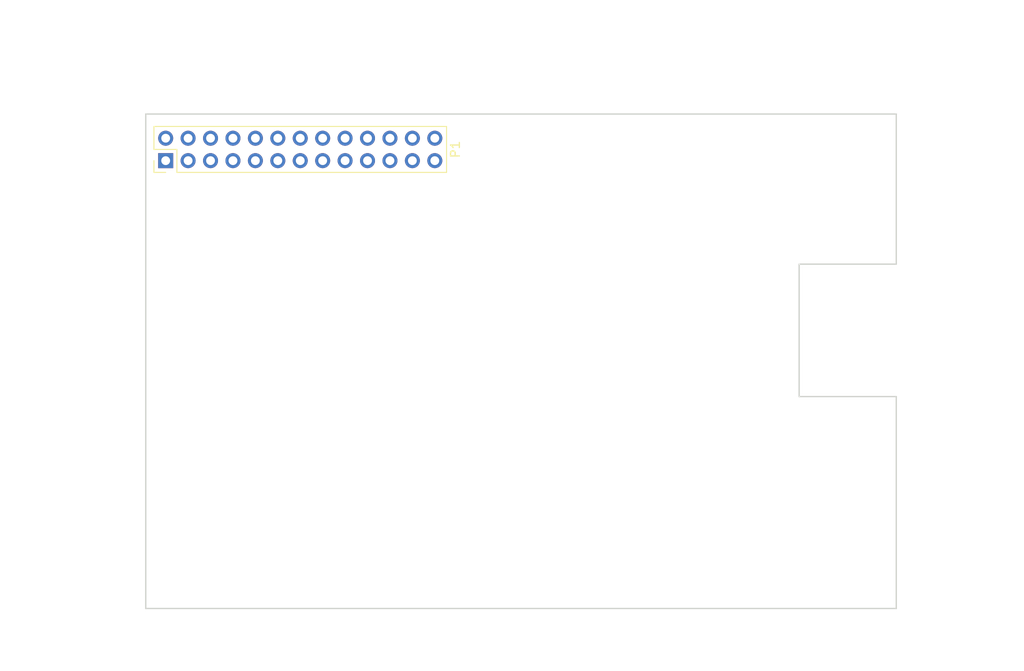
<source format=kicad_pcb>
(kicad_pcb (version 20210126) (generator pcbnew)
  (title_block (date "15 nov 2012"))
  (layers (0 "F.Cu" signal) (31 "B.Cu" signal) (34 "B.Paste" user) (35 "F.Paste" user) (36 "B.SilkS" user "B.Silkscreen") (37 "F.SilkS" user "F.Silkscreen") (38 "B.Mask" user) (39 "F.Mask" user) (44 "Edge.Cuts" user))
  (net 0 "")
  (net 1 "+5V")
  (net 2 "GND")
  (net 3 "+3V3")
  (net 4 "/GPIO0(SDA)")
  (net 5 "Net-(P1-Pad4)")
  (net 6 "/GPIO1(SCL)")
  (net 7 "/GPIO4")
  (net 8 "/TXD")
  (net 9 "Net-(P1-Pad9)")
  (net 10 "/RXD")
  (net 11 "/GPIO17")
  (net 12 "/GPIO18")
  (net 13 "/GPIO21")
  (net 14 "Net-(P1-Pad14)")
  (net 15 "/GPIO22")
  (net 16 "/GPIO23")
  (net 17 "Net-(P1-Pad17)")
  (net 18 "/GPIO24")
  (net 19 "/GPIO10(MOSI)")
  (net 20 "Net-(P1-Pad20)")
  (net 21 "/GPIO9(MISO)")
  (net 22 "/GPIO25")
  (net 23 "/GPIO11(SCLK)")
  (net 24 "/GPIO8(CE0)")
  (net 25 "Net-(P1-Pad25)")
  (net 26 "/GPIO7(CE1)")
  (footprint "Connector_PinHeader_2.54mm:PinHeader_2x13_P2.54mm_Vertical" (layer "F.Cu") (at 145.75536 130.27914 90)
    (fp_text reference "P1" (at 1.27 32.80664 270) (layer "F.SilkS"))
    (fp_text value "CONN_13X2")
    (fp_line (start 3.87 -1.33) (end 3.87 31.81) (layer "F.SilkS") (width 0.12))
    (fp_line (start -1.33 0) (end -1.33 -1.33) (layer "F.SilkS") (width 0.12))
    (fp_line (start 1.27 1.27) (end 1.27 -1.33) (layer "F.SilkS") (width 0.12))
    (fp_line (start -1.33 1.27) (end 1.27 1.27) (layer "F.SilkS") (width 0.12))
    (fp_line (start -1.33 1.27) (end -1.33 31.81) (layer "F.SilkS") (width 0.12))
    (fp_line (start -1.33 31.81) (end 3.87 31.81) (layer "F.SilkS") (width 0.12))
    (fp_line (start 1.27 -1.33) (end 3.87 -1.33) (layer "F.SilkS") (width 0.12))
    (fp_line (start -1.33 -1.33) (end 0 -1.33) (layer "F.SilkS") (width 0.12))
    (pad "1" thru_hole rect (at 0 0 90) (size 1.7 1.7) (drill 1) (layers *.Cu *.Mask) (net 3 "+3V3"))
    (pad "2" thru_hole oval (at 2.54 0 90) (size 1.7 1.7) (drill 1) (layers *.Cu *.Mask) (net 1 "+5V"))
    (pad "3" thru_hole oval (at 0 2.54 90) (size 1.7 1.7) (drill 1) (layers *.Cu *.Mask) (net 4 "/GPIO0(SDA)"))
    (pad "4" thru_hole oval (at 2.54 2.54 90) (size 1.7 1.7) (drill 1) (layers *.Cu *.Mask) (net 5 "Net-(P1-Pad4)"))
    (pad "5" thru_hole oval (at 0 5.08 90) (size 1.7 1.7) (drill 1) (layers *.Cu *.Mask) (net 6 "/GPIO1(SCL)"))
    (pad "6" thru_hole oval (at 2.54 5.08 90) (size 1.7 1.7) (drill 1) (layers *.Cu *.Mask) (net 2 "GND"))
    (pad "7" thru_hole oval (at 0 7.62 90) (size 1.7 1.7) (drill 1) (layers *.Cu *.Mask) (net 7 "/GPIO4"))
    (pad "8" thru_hole oval (at 2.54 7.62 90) (size 1.7 1.7) (drill 1) (layers *.Cu *.Mask) (net 8 "/TXD"))
    (pad "9" thru_hole oval (at 0 10.16 90) (size 1.7 1.7) (drill 1) (layers *.Cu *.Mask) (net 9 "Net-(P1-Pad9)"))
    (pad "10" thru_hole oval (at 2.54 10.16 90) (size 1.7 1.7) (drill 1) (layers *.Cu *.Mask) (net 10 "/RXD"))
    (pad "11" thru_hole oval (at 0 12.7 90) (size 1.7 1.7) (drill 1) (layers *.Cu *.Mask) (net 11 "/GPIO17"))
    (pad "12" thru_hole oval (at 2.54 12.7 90) (size 1.7 1.7) (drill 1) (layers *.Cu *.Mask) (net 12 "/GPIO18"))
    (pad "13" thru_hole oval (at 0 15.24 90) (size 1.7 1.7) (drill 1) (layers *.Cu *.Mask) (net 13 "/GPIO21"))
    (pad "14" thru_hole oval (at 2.54 15.24 90) (size 1.7 1.7) (drill 1) (layers *.Cu *.Mask) (net 14 "Net-(P1-Pad14)"))
    (pad "15" thru_hole oval (at 0 17.78 90) (size 1.7 1.7) (drill 1) (layers *.Cu *.Mask) (net 15 "/GPIO22"))
    (pad "16" thru_hole oval (at 2.54 17.78 90) (size 1.7 1.7) (drill 1) (layers *.Cu *.Mask) (net 16 "/GPIO23"))
    (pad "17" thru_hole oval (at 0 20.32 90) (size 1.7 1.7) (drill 1) (layers *.Cu *.Mask) (net 17 "Net-(P1-Pad17)"))
    (pad "18" thru_hole oval (at 2.54 20.32 90) (size 1.7 1.7) (drill 1) (layers *.Cu *.Mask) (net 18 "/GPIO24"))
    (pad "19" thru_hole oval (at 0 22.86 90) (size 1.7 1.7) (drill 1) (layers *.Cu *.Mask) (net 19 "/GPIO10(MOSI)"))
    (pad "20" thru_hole oval (at 2.54 22.86 90) (size 1.7 1.7) (drill 1) (layers *.Cu *.Mask) (net 20 "Net-(P1-Pad20)"))
    (pad "21" thru_hole oval (at 0 25.4 90) (size 1.7 1.7) (drill 1) (layers *.Cu *.Mask) (net 21 "/GPIO9(MISO)"))
    (pad "22" thru_hole oval (at 2.54 25.4 90) (size 1.7 1.7) (drill 1) (layers *.Cu *.Mask) (net 22 "/GPIO25"))
    (pad "23" thru_hole oval (at 0 27.94 90) (size 1.7 1.7) (drill 1) (layers *.Cu *.Mask) (net 23 "/GPIO11(SCLK)"))
    (pad "24" thru_hole oval (at 2.54 27.94 90) (size 1.7 1.7) (drill 1) (layers *.Cu *.Mask) (net 24 "/GPIO8(CE0)"))
    (pad "25" thru_hole oval (at 0 30.48 90) (size 1.7 1.7) (drill 1) (layers *.Cu *.Mask) (net 25 "Net-(P1-Pad25)"))
    (pad "26" thru_hole oval (at 2.54 30.48 90) (size 1.7 1.7) (drill 1) (layers *.Cu *.Mask) (net 26 "/GPIO7(CE1)"))
  )
  (gr_line (start 217.5 142) (end 228.5 142) (angle 90) (layer "Edge.Cuts") (width 0.15))
  (gr_line (start 228.5 125) (end 143.5 125) (angle 90) (layer "Edge.Cuts") (width 0.15))
  (gr_line (start 228.5 181) (end 228.5 157) (angle 90) (layer "Edge.Cuts") (width 0.15))
  (gr_line (start 143.5 181) (end 228.5 181) (angle 90) (layer "Edge.Cuts") (width 0.15))
  (gr_line (start 228.5 142) (end 228.5 125) (angle 90) (layer "Edge.Cuts") (width 0.15))
  (gr_line (start 217.5 157) (end 217.5 142) (angle 90) (layer "Edge.Cuts") (width 0.15))
  (gr_line (start 228.5 157) (end 217.5 157) (angle 90) (layer "Edge.Cuts") (width 0.15))
  (gr_line (start 143.5 125) (end 143.5 181) (angle 90) (layer "Edge.Cuts") (width 0.15))
)
</source>
